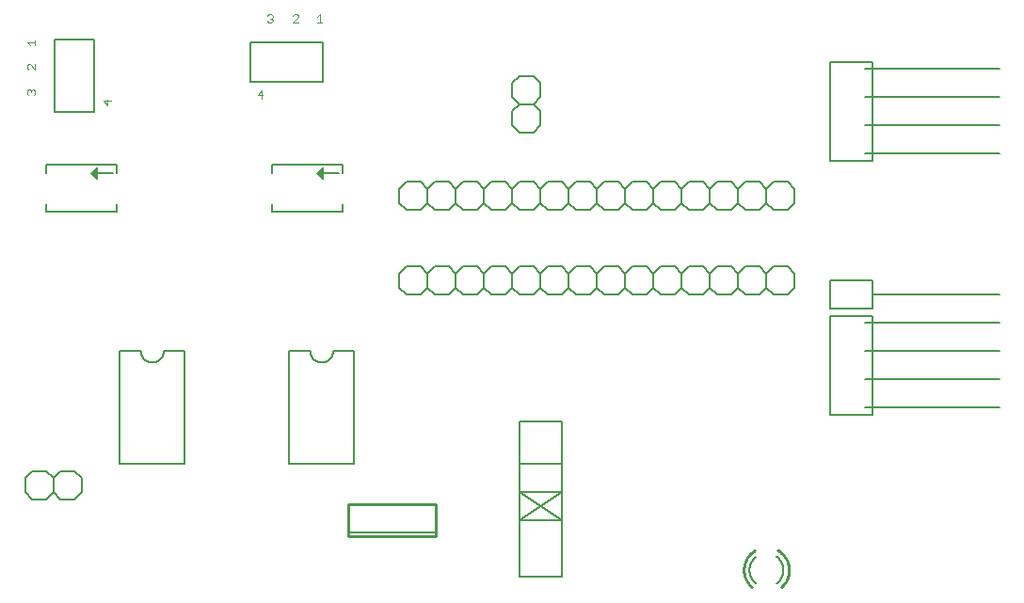
<source format=gto>
G75*
%MOIN*%
%OFA0B0*%
%FSLAX25Y25*%
%IPPOS*%
%LPD*%
%AMOC8*
5,1,8,0,0,1.08239X$1,22.5*
%
%ADD10C,0.00800*%
%ADD11C,0.00400*%
%ADD12C,0.00600*%
%ADD13C,0.01000*%
%ADD14C,0.00500*%
D10*
X0072700Y0191800D02*
X0072700Y0217600D01*
X0086700Y0217600D01*
X0086700Y0191800D01*
X0072700Y0191800D01*
X0141800Y0202700D02*
X0167600Y0202700D01*
X0167600Y0216700D01*
X0141800Y0216700D01*
X0141800Y0202700D01*
D11*
X0145855Y0199502D02*
X0144453Y0198101D01*
X0146322Y0198101D01*
X0145855Y0196700D02*
X0145855Y0199502D01*
X0148402Y0223700D02*
X0147935Y0224167D01*
X0148402Y0223700D02*
X0149336Y0223700D01*
X0149803Y0224167D01*
X0149803Y0224634D01*
X0149336Y0225101D01*
X0148869Y0225101D01*
X0149336Y0225101D02*
X0149803Y0225568D01*
X0149803Y0226035D01*
X0149336Y0226502D01*
X0148402Y0226502D01*
X0147935Y0226035D01*
X0157035Y0226072D02*
X0157502Y0226539D01*
X0158436Y0226539D01*
X0158903Y0226072D01*
X0158903Y0225605D01*
X0157035Y0223737D01*
X0158903Y0223737D01*
X0165546Y0223700D02*
X0167415Y0223700D01*
X0166481Y0223700D02*
X0166481Y0226502D01*
X0165546Y0225568D01*
X0092700Y0195855D02*
X0089898Y0195855D01*
X0091299Y0194453D01*
X0091299Y0196322D01*
X0065700Y0198402D02*
X0065233Y0197935D01*
X0065700Y0198402D02*
X0065700Y0199336D01*
X0065233Y0199803D01*
X0064766Y0199803D01*
X0064299Y0199336D01*
X0064299Y0198869D01*
X0064299Y0199336D02*
X0063832Y0199803D01*
X0063365Y0199803D01*
X0062898Y0199336D01*
X0062898Y0198402D01*
X0063365Y0197935D01*
X0063328Y0207035D02*
X0062861Y0207502D01*
X0062861Y0208436D01*
X0063328Y0208903D01*
X0063795Y0208903D01*
X0065663Y0207035D01*
X0065663Y0208903D01*
X0065700Y0215546D02*
X0065700Y0217415D01*
X0065700Y0216481D02*
X0062898Y0216481D01*
X0063832Y0215546D01*
D12*
X0062200Y0057200D02*
X0064700Y0054700D01*
X0069700Y0054700D01*
X0072200Y0057200D01*
X0072200Y0062200D01*
X0069700Y0064700D01*
X0064700Y0064700D01*
X0062200Y0062200D01*
X0062200Y0057200D01*
X0072200Y0057200D02*
X0074700Y0054700D01*
X0079700Y0054700D01*
X0082200Y0057200D01*
X0082200Y0062200D01*
X0079700Y0064700D01*
X0074700Y0064700D01*
X0072200Y0062200D01*
X0095700Y0067200D02*
X0118700Y0067200D01*
X0118700Y0107200D01*
X0111200Y0107200D01*
X0111198Y0107074D01*
X0111192Y0106949D01*
X0111182Y0106824D01*
X0111168Y0106699D01*
X0111151Y0106574D01*
X0111129Y0106450D01*
X0111104Y0106327D01*
X0111074Y0106205D01*
X0111041Y0106084D01*
X0111004Y0105964D01*
X0110964Y0105845D01*
X0110919Y0105728D01*
X0110871Y0105611D01*
X0110819Y0105497D01*
X0110764Y0105384D01*
X0110705Y0105273D01*
X0110643Y0105164D01*
X0110577Y0105057D01*
X0110508Y0104952D01*
X0110436Y0104849D01*
X0110361Y0104748D01*
X0110282Y0104650D01*
X0110200Y0104555D01*
X0110116Y0104462D01*
X0110028Y0104372D01*
X0109938Y0104284D01*
X0109845Y0104200D01*
X0109750Y0104118D01*
X0109652Y0104039D01*
X0109551Y0103964D01*
X0109448Y0103892D01*
X0109343Y0103823D01*
X0109236Y0103757D01*
X0109127Y0103695D01*
X0109016Y0103636D01*
X0108903Y0103581D01*
X0108789Y0103529D01*
X0108672Y0103481D01*
X0108555Y0103436D01*
X0108436Y0103396D01*
X0108316Y0103359D01*
X0108195Y0103326D01*
X0108073Y0103296D01*
X0107950Y0103271D01*
X0107826Y0103249D01*
X0107701Y0103232D01*
X0107576Y0103218D01*
X0107451Y0103208D01*
X0107326Y0103202D01*
X0107200Y0103200D01*
X0107074Y0103202D01*
X0106949Y0103208D01*
X0106824Y0103218D01*
X0106699Y0103232D01*
X0106574Y0103249D01*
X0106450Y0103271D01*
X0106327Y0103296D01*
X0106205Y0103326D01*
X0106084Y0103359D01*
X0105964Y0103396D01*
X0105845Y0103436D01*
X0105728Y0103481D01*
X0105611Y0103529D01*
X0105497Y0103581D01*
X0105384Y0103636D01*
X0105273Y0103695D01*
X0105164Y0103757D01*
X0105057Y0103823D01*
X0104952Y0103892D01*
X0104849Y0103964D01*
X0104748Y0104039D01*
X0104650Y0104118D01*
X0104555Y0104200D01*
X0104462Y0104284D01*
X0104372Y0104372D01*
X0104284Y0104462D01*
X0104200Y0104555D01*
X0104118Y0104650D01*
X0104039Y0104748D01*
X0103964Y0104849D01*
X0103892Y0104952D01*
X0103823Y0105057D01*
X0103757Y0105164D01*
X0103695Y0105273D01*
X0103636Y0105384D01*
X0103581Y0105497D01*
X0103529Y0105611D01*
X0103481Y0105728D01*
X0103436Y0105845D01*
X0103396Y0105964D01*
X0103359Y0106084D01*
X0103326Y0106205D01*
X0103296Y0106327D01*
X0103271Y0106450D01*
X0103249Y0106574D01*
X0103232Y0106699D01*
X0103218Y0106824D01*
X0103208Y0106949D01*
X0103202Y0107074D01*
X0103200Y0107200D01*
X0095700Y0107200D01*
X0095700Y0067200D01*
X0155700Y0067200D02*
X0178700Y0067200D01*
X0178700Y0107200D01*
X0171200Y0107200D01*
X0171198Y0107074D01*
X0171192Y0106949D01*
X0171182Y0106824D01*
X0171168Y0106699D01*
X0171151Y0106574D01*
X0171129Y0106450D01*
X0171104Y0106327D01*
X0171074Y0106205D01*
X0171041Y0106084D01*
X0171004Y0105964D01*
X0170964Y0105845D01*
X0170919Y0105728D01*
X0170871Y0105611D01*
X0170819Y0105497D01*
X0170764Y0105384D01*
X0170705Y0105273D01*
X0170643Y0105164D01*
X0170577Y0105057D01*
X0170508Y0104952D01*
X0170436Y0104849D01*
X0170361Y0104748D01*
X0170282Y0104650D01*
X0170200Y0104555D01*
X0170116Y0104462D01*
X0170028Y0104372D01*
X0169938Y0104284D01*
X0169845Y0104200D01*
X0169750Y0104118D01*
X0169652Y0104039D01*
X0169551Y0103964D01*
X0169448Y0103892D01*
X0169343Y0103823D01*
X0169236Y0103757D01*
X0169127Y0103695D01*
X0169016Y0103636D01*
X0168903Y0103581D01*
X0168789Y0103529D01*
X0168672Y0103481D01*
X0168555Y0103436D01*
X0168436Y0103396D01*
X0168316Y0103359D01*
X0168195Y0103326D01*
X0168073Y0103296D01*
X0167950Y0103271D01*
X0167826Y0103249D01*
X0167701Y0103232D01*
X0167576Y0103218D01*
X0167451Y0103208D01*
X0167326Y0103202D01*
X0167200Y0103200D01*
X0167074Y0103202D01*
X0166949Y0103208D01*
X0166824Y0103218D01*
X0166699Y0103232D01*
X0166574Y0103249D01*
X0166450Y0103271D01*
X0166327Y0103296D01*
X0166205Y0103326D01*
X0166084Y0103359D01*
X0165964Y0103396D01*
X0165845Y0103436D01*
X0165728Y0103481D01*
X0165611Y0103529D01*
X0165497Y0103581D01*
X0165384Y0103636D01*
X0165273Y0103695D01*
X0165164Y0103757D01*
X0165057Y0103823D01*
X0164952Y0103892D01*
X0164849Y0103964D01*
X0164748Y0104039D01*
X0164650Y0104118D01*
X0164555Y0104200D01*
X0164462Y0104284D01*
X0164372Y0104372D01*
X0164284Y0104462D01*
X0164200Y0104555D01*
X0164118Y0104650D01*
X0164039Y0104748D01*
X0163964Y0104849D01*
X0163892Y0104952D01*
X0163823Y0105057D01*
X0163757Y0105164D01*
X0163695Y0105273D01*
X0163636Y0105384D01*
X0163581Y0105497D01*
X0163529Y0105611D01*
X0163481Y0105728D01*
X0163436Y0105845D01*
X0163396Y0105964D01*
X0163359Y0106084D01*
X0163326Y0106205D01*
X0163296Y0106327D01*
X0163271Y0106450D01*
X0163249Y0106574D01*
X0163232Y0106699D01*
X0163218Y0106824D01*
X0163208Y0106949D01*
X0163202Y0107074D01*
X0163200Y0107200D01*
X0155700Y0107200D01*
X0155700Y0067200D01*
X0177121Y0042869D02*
X0207279Y0042869D01*
X0328187Y0024818D02*
X0328312Y0024909D01*
X0328434Y0025003D01*
X0328553Y0025101D01*
X0328670Y0025201D01*
X0328784Y0025305D01*
X0328896Y0025411D01*
X0329004Y0025520D01*
X0329110Y0025632D01*
X0329213Y0025747D01*
X0329313Y0025864D01*
X0329411Y0025984D01*
X0329504Y0026106D01*
X0329595Y0026230D01*
X0329683Y0026357D01*
X0329767Y0026486D01*
X0329848Y0026618D01*
X0329925Y0026751D01*
X0329999Y0026886D01*
X0330070Y0027023D01*
X0330137Y0027162D01*
X0330200Y0027302D01*
X0330260Y0027445D01*
X0330316Y0027588D01*
X0330368Y0027733D01*
X0330417Y0027879D01*
X0330462Y0028027D01*
X0330503Y0028175D01*
X0330540Y0028325D01*
X0330574Y0028475D01*
X0330603Y0028627D01*
X0330629Y0028779D01*
X0330651Y0028931D01*
X0330668Y0029084D01*
X0330682Y0029238D01*
X0330692Y0029392D01*
X0330698Y0029546D01*
X0330700Y0029700D01*
X0321017Y0034436D02*
X0320898Y0034342D01*
X0320782Y0034244D01*
X0320668Y0034144D01*
X0320557Y0034040D01*
X0320449Y0033934D01*
X0320343Y0033826D01*
X0320241Y0033714D01*
X0320141Y0033600D01*
X0320043Y0033484D01*
X0319949Y0033365D01*
X0319858Y0033244D01*
X0319770Y0033120D01*
X0319685Y0032994D01*
X0319604Y0032867D01*
X0319525Y0032737D01*
X0319450Y0032605D01*
X0319379Y0032472D01*
X0319310Y0032336D01*
X0319245Y0032199D01*
X0319184Y0032061D01*
X0319126Y0031920D01*
X0319072Y0031779D01*
X0319021Y0031636D01*
X0318974Y0031492D01*
X0318930Y0031347D01*
X0318891Y0031200D01*
X0318855Y0031053D01*
X0318822Y0030905D01*
X0318794Y0030756D01*
X0318769Y0030606D01*
X0318748Y0030456D01*
X0318731Y0030306D01*
X0318717Y0030154D01*
X0318708Y0030003D01*
X0318702Y0029852D01*
X0318700Y0029700D01*
X0328300Y0034500D02*
X0328419Y0034408D01*
X0328536Y0034314D01*
X0328650Y0034216D01*
X0328762Y0034116D01*
X0328872Y0034012D01*
X0328978Y0033907D01*
X0329083Y0033798D01*
X0329184Y0033687D01*
X0329282Y0033573D01*
X0329378Y0033457D01*
X0329471Y0033339D01*
X0329560Y0033218D01*
X0329647Y0033095D01*
X0329730Y0032970D01*
X0329811Y0032843D01*
X0329888Y0032714D01*
X0329962Y0032583D01*
X0330033Y0032450D01*
X0330100Y0032316D01*
X0330164Y0032180D01*
X0330224Y0032042D01*
X0330281Y0031903D01*
X0330334Y0031762D01*
X0330384Y0031620D01*
X0330431Y0031477D01*
X0330473Y0031333D01*
X0330513Y0031188D01*
X0330548Y0031042D01*
X0330580Y0030895D01*
X0330608Y0030747D01*
X0330632Y0030599D01*
X0330653Y0030450D01*
X0330670Y0030300D01*
X0330683Y0030151D01*
X0330692Y0030001D01*
X0330698Y0029850D01*
X0330700Y0029700D01*
X0321017Y0024964D02*
X0320898Y0025058D01*
X0320782Y0025156D01*
X0320668Y0025256D01*
X0320557Y0025360D01*
X0320449Y0025466D01*
X0320343Y0025574D01*
X0320241Y0025686D01*
X0320141Y0025800D01*
X0320043Y0025916D01*
X0319949Y0026035D01*
X0319858Y0026156D01*
X0319770Y0026280D01*
X0319685Y0026406D01*
X0319604Y0026533D01*
X0319525Y0026663D01*
X0319450Y0026795D01*
X0319379Y0026928D01*
X0319310Y0027064D01*
X0319245Y0027201D01*
X0319184Y0027339D01*
X0319126Y0027480D01*
X0319072Y0027621D01*
X0319021Y0027764D01*
X0318974Y0027908D01*
X0318930Y0028053D01*
X0318891Y0028200D01*
X0318855Y0028347D01*
X0318822Y0028495D01*
X0318794Y0028644D01*
X0318769Y0028794D01*
X0318748Y0028944D01*
X0318731Y0029094D01*
X0318717Y0029246D01*
X0318708Y0029397D01*
X0318702Y0029548D01*
X0318700Y0029700D01*
X0317200Y0127200D02*
X0322200Y0127200D01*
X0324700Y0129700D01*
X0327200Y0127200D01*
X0332200Y0127200D01*
X0334700Y0129700D01*
X0334700Y0134700D01*
X0332200Y0137200D01*
X0327200Y0137200D01*
X0324700Y0134700D01*
X0324700Y0129700D01*
X0324700Y0134700D02*
X0322200Y0137200D01*
X0317200Y0137200D01*
X0314700Y0134700D01*
X0314700Y0129700D01*
X0317200Y0127200D01*
X0314700Y0129700D02*
X0312200Y0127200D01*
X0307200Y0127200D01*
X0304700Y0129700D01*
X0302200Y0127200D01*
X0297200Y0127200D01*
X0294700Y0129700D01*
X0292200Y0127200D01*
X0287200Y0127200D01*
X0284700Y0129700D01*
X0282200Y0127200D01*
X0277200Y0127200D01*
X0274700Y0129700D01*
X0272200Y0127200D01*
X0267200Y0127200D01*
X0264700Y0129700D01*
X0262200Y0127200D01*
X0257200Y0127200D01*
X0254700Y0129700D01*
X0252200Y0127200D01*
X0247200Y0127200D01*
X0244700Y0129700D01*
X0242200Y0127200D01*
X0237200Y0127200D01*
X0234700Y0129700D01*
X0232200Y0127200D01*
X0227200Y0127200D01*
X0224700Y0129700D01*
X0222200Y0127200D01*
X0217200Y0127200D01*
X0214700Y0129700D01*
X0212200Y0127200D01*
X0207200Y0127200D01*
X0204700Y0129700D01*
X0202200Y0127200D01*
X0197200Y0127200D01*
X0194700Y0129700D01*
X0194700Y0134700D01*
X0197200Y0137200D01*
X0202200Y0137200D01*
X0204700Y0134700D01*
X0207200Y0137200D01*
X0212200Y0137200D01*
X0214700Y0134700D01*
X0214700Y0129700D01*
X0214700Y0134700D02*
X0217200Y0137200D01*
X0222200Y0137200D01*
X0224700Y0134700D01*
X0227200Y0137200D01*
X0232200Y0137200D01*
X0234700Y0134700D01*
X0237200Y0137200D01*
X0242200Y0137200D01*
X0244700Y0134700D01*
X0244700Y0129700D01*
X0244700Y0134700D02*
X0247200Y0137200D01*
X0252200Y0137200D01*
X0254700Y0134700D01*
X0257200Y0137200D01*
X0262200Y0137200D01*
X0264700Y0134700D01*
X0267200Y0137200D01*
X0272200Y0137200D01*
X0274700Y0134700D01*
X0274700Y0129700D01*
X0274700Y0134700D02*
X0277200Y0137200D01*
X0282200Y0137200D01*
X0284700Y0134700D01*
X0287200Y0137200D01*
X0292200Y0137200D01*
X0294700Y0134700D01*
X0297200Y0137200D01*
X0302200Y0137200D01*
X0304700Y0134700D01*
X0304700Y0129700D01*
X0304700Y0134700D02*
X0307200Y0137200D01*
X0312200Y0137200D01*
X0314700Y0134700D01*
X0294700Y0134700D02*
X0294700Y0129700D01*
X0284700Y0129700D02*
X0284700Y0134700D01*
X0264700Y0134700D02*
X0264700Y0129700D01*
X0254700Y0129700D02*
X0254700Y0134700D01*
X0234700Y0134700D02*
X0234700Y0129700D01*
X0224700Y0129700D02*
X0224700Y0134700D01*
X0204700Y0134700D02*
X0204700Y0129700D01*
X0202200Y0157200D02*
X0197200Y0157200D01*
X0194700Y0159700D01*
X0194700Y0164700D01*
X0197200Y0167200D01*
X0202200Y0167200D01*
X0204700Y0164700D01*
X0207200Y0167200D01*
X0212200Y0167200D01*
X0214700Y0164700D01*
X0217200Y0167200D01*
X0222200Y0167200D01*
X0224700Y0164700D01*
X0227200Y0167200D01*
X0232200Y0167200D01*
X0234700Y0164700D01*
X0237200Y0167200D01*
X0242200Y0167200D01*
X0244700Y0164700D01*
X0247200Y0167200D01*
X0252200Y0167200D01*
X0254700Y0164700D01*
X0257200Y0167200D01*
X0262200Y0167200D01*
X0264700Y0164700D01*
X0267200Y0167200D01*
X0272200Y0167200D01*
X0274700Y0164700D01*
X0277200Y0167200D01*
X0282200Y0167200D01*
X0284700Y0164700D01*
X0287200Y0167200D01*
X0292200Y0167200D01*
X0294700Y0164700D01*
X0297200Y0167200D01*
X0302200Y0167200D01*
X0304700Y0164700D01*
X0307200Y0167200D01*
X0312200Y0167200D01*
X0314700Y0164700D01*
X0317200Y0167200D01*
X0322200Y0167200D01*
X0324700Y0164700D01*
X0327200Y0167200D01*
X0332200Y0167200D01*
X0334700Y0164700D01*
X0334700Y0159700D01*
X0332200Y0157200D01*
X0327200Y0157200D01*
X0324700Y0159700D01*
X0322200Y0157200D01*
X0317200Y0157200D01*
X0314700Y0159700D01*
X0314700Y0164700D01*
X0314700Y0159700D02*
X0312200Y0157200D01*
X0307200Y0157200D01*
X0304700Y0159700D01*
X0302200Y0157200D01*
X0297200Y0157200D01*
X0294700Y0159700D01*
X0292200Y0157200D01*
X0287200Y0157200D01*
X0284700Y0159700D01*
X0284700Y0164700D01*
X0284700Y0159700D02*
X0282200Y0157200D01*
X0277200Y0157200D01*
X0274700Y0159700D01*
X0272200Y0157200D01*
X0267200Y0157200D01*
X0264700Y0159700D01*
X0262200Y0157200D01*
X0257200Y0157200D01*
X0254700Y0159700D01*
X0254700Y0164700D01*
X0254700Y0159700D02*
X0252200Y0157200D01*
X0247200Y0157200D01*
X0244700Y0159700D01*
X0242200Y0157200D01*
X0237200Y0157200D01*
X0234700Y0159700D01*
X0232200Y0157200D01*
X0227200Y0157200D01*
X0224700Y0159700D01*
X0224700Y0164700D01*
X0224700Y0159700D02*
X0222200Y0157200D01*
X0217200Y0157200D01*
X0214700Y0159700D01*
X0212200Y0157200D01*
X0207200Y0157200D01*
X0204700Y0159700D01*
X0202200Y0157200D01*
X0204700Y0159700D02*
X0204700Y0164700D01*
X0214700Y0164700D02*
X0214700Y0159700D01*
X0234700Y0159700D02*
X0234700Y0164700D01*
X0244700Y0164700D02*
X0244700Y0159700D01*
X0264700Y0159700D02*
X0264700Y0164700D01*
X0274700Y0164700D02*
X0274700Y0159700D01*
X0294700Y0159700D02*
X0294700Y0164700D01*
X0304700Y0164700D02*
X0304700Y0159700D01*
X0324700Y0159700D02*
X0324700Y0164700D01*
X0244700Y0187200D02*
X0242200Y0184700D01*
X0237200Y0184700D01*
X0234700Y0187200D01*
X0234700Y0192200D01*
X0237200Y0194700D01*
X0234700Y0197200D01*
X0234700Y0202200D01*
X0237200Y0204700D01*
X0242200Y0204700D01*
X0244700Y0202200D01*
X0244700Y0197200D01*
X0242200Y0194700D01*
X0244700Y0192200D01*
X0244700Y0187200D01*
X0242200Y0194700D02*
X0237200Y0194700D01*
X0174700Y0173400D02*
X0174700Y0170200D01*
X0173200Y0170200D02*
X0167200Y0170200D01*
X0167200Y0171700D01*
X0167700Y0172200D01*
X0167700Y0168200D01*
X0167200Y0168700D01*
X0167200Y0170200D01*
X0165700Y0170200D01*
X0166200Y0169700D01*
X0166700Y0169200D01*
X0167200Y0168700D01*
X0166700Y0169200D02*
X0166700Y0171200D01*
X0166200Y0170700D01*
X0166200Y0169700D01*
X0165700Y0170200D02*
X0166200Y0170700D01*
X0166700Y0171200D02*
X0167200Y0171700D01*
X0174700Y0173400D02*
X0149700Y0173400D01*
X0149700Y0170200D01*
X0149700Y0159200D02*
X0149700Y0156700D01*
X0174700Y0156700D01*
X0174700Y0159200D01*
X0094700Y0159200D02*
X0094700Y0156700D01*
X0069700Y0156700D01*
X0069700Y0159200D01*
X0069700Y0170200D02*
X0069700Y0173400D01*
X0094700Y0173400D01*
X0094700Y0170200D01*
X0093200Y0170200D02*
X0087200Y0170200D01*
X0087200Y0171700D01*
X0087700Y0172200D01*
X0087700Y0168200D01*
X0087200Y0168700D01*
X0087200Y0170200D01*
X0085700Y0170200D01*
X0086200Y0169700D01*
X0086700Y0169200D01*
X0087200Y0168700D01*
X0086700Y0169200D02*
X0086700Y0171200D01*
X0086200Y0170700D01*
X0086200Y0169700D01*
X0085700Y0170200D02*
X0086200Y0170700D01*
X0086700Y0171200D02*
X0087200Y0171700D01*
D13*
X0176688Y0052909D02*
X0176688Y0041491D01*
X0207712Y0041491D01*
X0207712Y0052909D01*
X0176688Y0052909D01*
X0316700Y0029700D02*
X0316702Y0029895D01*
X0316710Y0030091D01*
X0316722Y0030286D01*
X0316738Y0030481D01*
X0316760Y0030676D01*
X0316786Y0030870D01*
X0316817Y0031063D01*
X0316853Y0031255D01*
X0316893Y0031447D01*
X0316938Y0031637D01*
X0316988Y0031826D01*
X0317042Y0032014D01*
X0317101Y0032201D01*
X0317164Y0032386D01*
X0317232Y0032569D01*
X0317305Y0032751D01*
X0317381Y0032931D01*
X0317463Y0033109D01*
X0317548Y0033285D01*
X0317638Y0033459D01*
X0317732Y0033630D01*
X0317830Y0033800D01*
X0317933Y0033966D01*
X0318039Y0034131D01*
X0318149Y0034292D01*
X0318263Y0034451D01*
X0318382Y0034607D01*
X0318503Y0034760D01*
X0318629Y0034910D01*
X0318758Y0035057D01*
X0318891Y0035201D01*
X0319027Y0035341D01*
X0319167Y0035478D01*
X0319310Y0035612D01*
X0319456Y0035742D01*
X0319605Y0035868D01*
X0319758Y0035991D01*
X0319913Y0036110D01*
X0320071Y0036225D01*
X0320232Y0036336D01*
X0320396Y0036443D01*
X0320562Y0036547D01*
X0320731Y0036646D01*
X0332700Y0029700D02*
X0332698Y0029505D01*
X0332691Y0029311D01*
X0332679Y0029117D01*
X0332662Y0028923D01*
X0332641Y0028729D01*
X0332615Y0028536D01*
X0332584Y0028344D01*
X0332549Y0028152D01*
X0332509Y0027962D01*
X0332464Y0027772D01*
X0332415Y0027584D01*
X0332361Y0027397D01*
X0332303Y0027211D01*
X0332240Y0027027D01*
X0332173Y0026844D01*
X0332101Y0026663D01*
X0332025Y0026484D01*
X0331945Y0026307D01*
X0331860Y0026132D01*
X0331771Y0025958D01*
X0331678Y0025788D01*
X0331581Y0025619D01*
X0331479Y0025453D01*
X0331374Y0025289D01*
X0331265Y0025128D01*
X0331152Y0024969D01*
X0331035Y0024814D01*
X0330914Y0024661D01*
X0330789Y0024512D01*
X0330661Y0024365D01*
X0330530Y0024221D01*
X0330395Y0024081D01*
X0330256Y0023944D01*
X0330115Y0023811D01*
X0329970Y0023681D01*
X0329822Y0023554D01*
X0332700Y0029700D02*
X0332698Y0029892D01*
X0332691Y0030084D01*
X0332679Y0030276D01*
X0332663Y0030468D01*
X0332642Y0030659D01*
X0332617Y0030849D01*
X0332587Y0031039D01*
X0332553Y0031228D01*
X0332514Y0031416D01*
X0332470Y0031603D01*
X0332422Y0031789D01*
X0332370Y0031974D01*
X0332313Y0032158D01*
X0332252Y0032340D01*
X0332186Y0032520D01*
X0332116Y0032699D01*
X0332042Y0032877D01*
X0331964Y0033052D01*
X0331881Y0033226D01*
X0331794Y0033397D01*
X0331704Y0033566D01*
X0331609Y0033733D01*
X0331510Y0033898D01*
X0331407Y0034061D01*
X0331300Y0034220D01*
X0331190Y0034378D01*
X0331076Y0034532D01*
X0330958Y0034684D01*
X0330836Y0034833D01*
X0330711Y0034979D01*
X0330583Y0035121D01*
X0330451Y0035261D01*
X0330316Y0035398D01*
X0330177Y0035531D01*
X0330036Y0035661D01*
X0329891Y0035787D01*
X0329743Y0035910D01*
X0329593Y0036029D01*
X0329439Y0036145D01*
X0329283Y0036257D01*
X0329124Y0036365D01*
X0328963Y0036470D01*
X0328799Y0036570D01*
X0328633Y0036666D01*
X0328465Y0036759D01*
X0316700Y0029700D02*
X0316702Y0029507D01*
X0316709Y0029314D01*
X0316721Y0029122D01*
X0316737Y0028929D01*
X0316758Y0028737D01*
X0316784Y0028546D01*
X0316814Y0028356D01*
X0316849Y0028166D01*
X0316888Y0027977D01*
X0316932Y0027789D01*
X0316980Y0027602D01*
X0317033Y0027416D01*
X0317090Y0027232D01*
X0317152Y0027049D01*
X0317218Y0026868D01*
X0317289Y0026688D01*
X0317363Y0026510D01*
X0317442Y0026334D01*
X0317526Y0026160D01*
X0317613Y0025988D01*
X0317705Y0025818D01*
X0317801Y0025651D01*
X0317900Y0025485D01*
X0318004Y0025322D01*
X0318111Y0025162D01*
X0318223Y0025005D01*
X0318338Y0024850D01*
X0318457Y0024698D01*
X0318579Y0024549D01*
X0318705Y0024402D01*
X0318835Y0024259D01*
X0318968Y0024119D01*
X0319104Y0023983D01*
X0319244Y0023849D01*
X0319386Y0023720D01*
X0319532Y0023593D01*
D14*
X0252200Y0027200D02*
X0237200Y0027200D01*
X0237200Y0047200D01*
X0252200Y0057200D01*
X0252200Y0067200D01*
X0237200Y0067200D01*
X0237200Y0057200D01*
X0252200Y0047200D01*
X0252200Y0057200D01*
X0237200Y0057200D01*
X0237200Y0047200D01*
X0252200Y0047200D01*
X0252200Y0027200D01*
X0252200Y0067200D02*
X0252200Y0082200D01*
X0237200Y0082200D01*
X0237200Y0067200D01*
X0347200Y0084700D02*
X0347200Y0119700D01*
X0362200Y0119700D01*
X0362200Y0084700D01*
X0347200Y0084700D01*
X0359700Y0087200D02*
X0407200Y0087200D01*
X0407200Y0097200D02*
X0359700Y0097200D01*
X0359700Y0107200D02*
X0407200Y0107200D01*
X0407200Y0117200D02*
X0359700Y0117200D01*
X0362200Y0122200D02*
X0362200Y0127200D01*
X0407200Y0127200D01*
X0362200Y0127200D02*
X0362200Y0132200D01*
X0347200Y0132200D01*
X0347200Y0122200D01*
X0362200Y0122200D01*
X0362200Y0174700D02*
X0347200Y0174700D01*
X0347200Y0209700D01*
X0362200Y0209700D01*
X0362200Y0174700D01*
X0359700Y0177200D02*
X0407200Y0177200D01*
X0407200Y0187200D02*
X0359700Y0187200D01*
X0359700Y0197200D02*
X0407200Y0197200D01*
X0407200Y0207200D02*
X0359700Y0207200D01*
M02*

</source>
